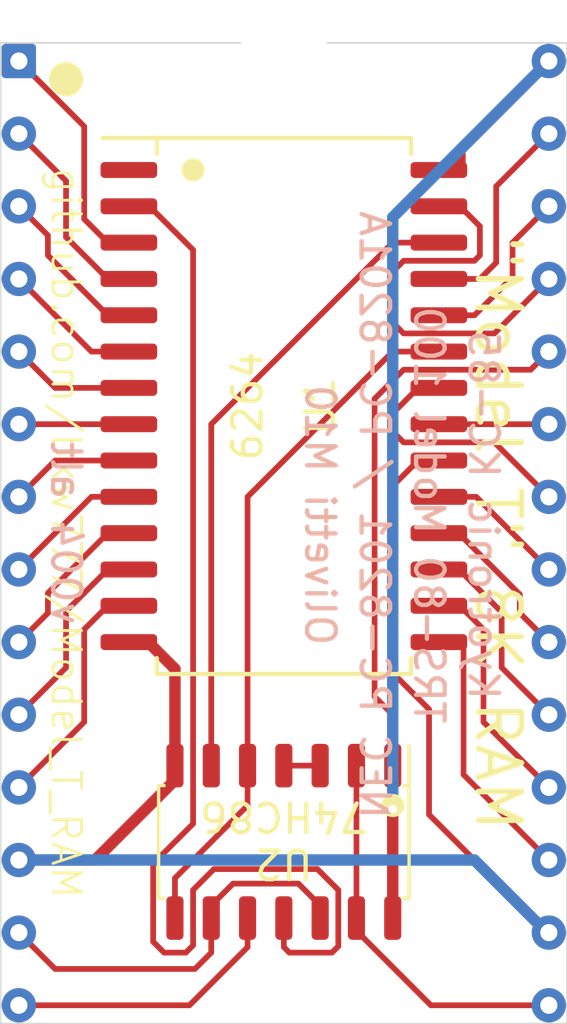
<source format=kicad_pcb>
(kicad_pcb (version 20171130) (host pcbnew 5.1.10-88a1d61d58~88~ubuntu20.10.1)

  (general
    (thickness 1.6)
    (drawings 12)
    (tracks 146)
    (zones 0)
    (modules 4)
    (nets 32)
  )

  (page A4)
  (title_block
    (title "Model T 8K RAM Module b")
    (date 2021-08-05)
    (rev 004)
    (company b.kenyon.w@gmail.com)
  )

  (layers
    (0 F.Cu signal)
    (31 B.Cu signal)
    (32 B.Adhes user hide)
    (33 F.Adhes user hide)
    (34 B.Paste user hide)
    (35 F.Paste user hide)
    (36 B.SilkS user)
    (37 F.SilkS user)
    (38 B.Mask user)
    (39 F.Mask user)
    (40 Dwgs.User user)
    (41 Cmts.User user hide)
    (42 Eco1.User user hide)
    (43 Eco2.User user hide)
    (44 Edge.Cuts user)
    (45 Margin user hide)
    (46 B.CrtYd user hide)
    (47 F.CrtYd user hide)
  )

  (setup
    (last_trace_width 0.2)
    (user_trace_width 0.4)
    (trace_clearance 0.2)
    (zone_clearance 0.508)
    (zone_45_only no)
    (trace_min 0.2)
    (via_size 0.5)
    (via_drill 0.3)
    (via_min_size 0.5)
    (via_min_drill 0.3)
    (user_via 1.2 0.6)
    (uvia_size 0.5)
    (uvia_drill 0.3)
    (uvias_allowed no)
    (uvia_min_size 0.5)
    (uvia_min_drill 0.3)
    (edge_width 0.05)
    (segment_width 0.2)
    (pcb_text_width 0.3)
    (pcb_text_size 1.5 1.5)
    (mod_edge_width 0.12)
    (mod_text_size 1 1)
    (mod_text_width 0.15)
    (pad_size 1.524 1.524)
    (pad_drill 0.762)
    (pad_to_mask_clearance 0)
    (solder_mask_min_width 0.22)
    (aux_axis_origin 0 0)
    (grid_origin 147.32 99.06)
    (visible_elements FFFFFF7F)
    (pcbplotparams
      (layerselection 0x010f0_ffffffff)
      (usegerberextensions false)
      (usegerberattributes true)
      (usegerberadvancedattributes true)
      (creategerberjobfile true)
      (excludeedgelayer true)
      (linewidth 0.100000)
      (plotframeref false)
      (viasonmask false)
      (mode 1)
      (useauxorigin false)
      (hpglpennumber 1)
      (hpglpenspeed 20)
      (hpglpendiameter 15.000000)
      (psnegative false)
      (psa4output false)
      (plotreference true)
      (plotvalue true)
      (plotinvisibletext false)
      (padsonsilk false)
      (subtractmaskfromsilk false)
      (outputformat 1)
      (mirror false)
      (drillshape 0)
      (scaleselection 1)
      (outputdirectory "GERBER_Model_T_RAM_b"))
  )

  (net 0 "")
  (net 1 /~CS_C)
  (net 2 /~CS_D)
  (net 3 GND)
  (net 4 /~CS_A)
  (net 5 /~CS_B)
  (net 6 VCC)
  (net 7 /CE2)
  (net 8 /A11)
  (net 9 /A12)
  (net 10 "Net-(U2-Pad3)")
  (net 11 /A7)
  (net 12 /A6)
  (net 13 /A5)
  (net 14 /AD3)
  (net 15 /A4)
  (net 16 /AD4)
  (net 17 /A3)
  (net 18 /AD5)
  (net 19 /A2)
  (net 20 /AD6)
  (net 21 /A1)
  (net 22 /AD7)
  (net 23 /A0)
  (net 24 /~OE)
  (net 25 /AD0)
  (net 26 /A10)
  (net 27 /AD1)
  (net 28 /AD2)
  (net 29 /~WE)
  (net 30 /A9)
  (net 31 /A8)

  (net_class Default "This is the default net class."
    (clearance 0.2)
    (trace_width 0.2)
    (via_dia 0.5)
    (via_drill 0.3)
    (uvia_dia 0.5)
    (uvia_drill 0.3)
    (add_net /A0)
    (add_net /A1)
    (add_net /A10)
    (add_net /A11)
    (add_net /A12)
    (add_net /A2)
    (add_net /A3)
    (add_net /A4)
    (add_net /A5)
    (add_net /A6)
    (add_net /A7)
    (add_net /A8)
    (add_net /A9)
    (add_net /AD0)
    (add_net /AD1)
    (add_net /AD2)
    (add_net /AD3)
    (add_net /AD4)
    (add_net /AD5)
    (add_net /AD6)
    (add_net /AD7)
    (add_net /CE2)
    (add_net /~CS_A)
    (add_net /~CS_B)
    (add_net /~CS_C)
    (add_net /~CS_D)
    (add_net /~OE)
    (add_net /~WE)
    (add_net GND)
    (add_net "Net-(U1-Pad1)")
    (add_net "Net-(U2-Pad3)")
    (add_net VCC)
  )

  (module 000_LOCAL:AS6C6264-55SCN (layer F.Cu) (tedit 607E5D6C) (tstamp 607524FB)
    (at 147.32 94.615)
    (path /60748B1A)
    (attr smd)
    (fp_text reference U1 (at 1.27 0 -90) (layer F.SilkS)
      (effects (font (size 1 1) (thickness 0.15)))
    )
    (fp_text value 6264 (at -1.27 0 -90) (layer F.SilkS)
      (effects (font (size 1 1) (thickness 0.15)))
    )
    (fp_line (start -4.445 9.3726) (end 4.445 9.3726) (layer F.SilkS) (width 0.1524))
    (fp_line (start 4.445 9.3726) (end 4.445 8.81634) (layer F.SilkS) (width 0.1524))
    (fp_line (start 4.445 -9.3726) (end -6.35 -9.3726) (layer F.SilkS) (width 0.1524))
    (fp_line (start -4.445 -9.3726) (end -4.445 -8.81634) (layer F.SilkS) (width 0.1524))
    (fp_line (start -4.445 8.81634) (end -4.445 9.3726) (layer F.SilkS) (width 0.1524))
    (fp_line (start 4.445 -8.81634) (end 4.445 -9.3726) (layer F.SilkS) (width 0.1524))
    (fp_circle (center -3.175 -8.255) (end -2.9718 -8.255) (layer F.SilkS) (width 0.4064))
    (pad 28 smd roundrect (at 5.4229 -8.255) (size 1.9812 0.5588) (layers F.Cu F.Paste F.Mask) (roundrect_rratio 0.25)
      (net 6 VCC))
    (pad 27 smd roundrect (at 5.4229 -6.985) (size 1.9812 0.5588) (layers F.Cu F.Paste F.Mask) (roundrect_rratio 0.25)
      (net 29 /~WE))
    (pad 26 smd roundrect (at 5.4229 -5.715) (size 1.9812 0.5588) (layers F.Cu F.Paste F.Mask) (roundrect_rratio 0.25)
      (net 7 /CE2))
    (pad 25 smd roundrect (at 5.4229 -4.445) (size 1.9812 0.5588) (layers F.Cu F.Paste F.Mask) (roundrect_rratio 0.25)
      (net 31 /A8))
    (pad 24 smd roundrect (at 5.4229 -3.175) (size 1.9812 0.5588) (layers F.Cu F.Paste F.Mask) (roundrect_rratio 0.25)
      (net 30 /A9))
    (pad 23 smd roundrect (at 5.4229 -1.905) (size 1.9812 0.5588) (layers F.Cu F.Paste F.Mask) (roundrect_rratio 0.25)
      (net 8 /A11))
    (pad 22 smd roundrect (at 5.4229 -0.635) (size 1.9812 0.5588) (layers F.Cu F.Paste F.Mask) (roundrect_rratio 0.25)
      (net 24 /~OE))
    (pad 21 smd roundrect (at 5.4229 0.635) (size 1.9812 0.5588) (layers F.Cu F.Paste F.Mask) (roundrect_rratio 0.25)
      (net 26 /A10))
    (pad 20 smd roundrect (at 5.4229 1.905) (size 1.9812 0.5588) (layers F.Cu F.Paste F.Mask) (roundrect_rratio 0.25)
      (net 3 GND))
    (pad 19 smd roundrect (at 5.4229 3.175) (size 1.9812 0.5588) (layers F.Cu F.Paste F.Mask) (roundrect_rratio 0.25)
      (net 22 /AD7))
    (pad 18 smd roundrect (at 5.4229 4.445) (size 1.9812 0.5588) (layers F.Cu F.Paste F.Mask) (roundrect_rratio 0.25)
      (net 20 /AD6))
    (pad 17 smd roundrect (at 5.4229 5.715) (size 1.9812 0.5588) (layers F.Cu F.Paste F.Mask) (roundrect_rratio 0.25)
      (net 18 /AD5))
    (pad 16 smd roundrect (at 5.4229 6.985) (size 1.9812 0.5588) (layers F.Cu F.Paste F.Mask) (roundrect_rratio 0.25)
      (net 16 /AD4))
    (pad 15 smd roundrect (at 5.4229 8.255) (size 1.9812 0.5588) (layers F.Cu F.Paste F.Mask) (roundrect_rratio 0.25)
      (net 14 /AD3))
    (pad 14 smd roundrect (at -5.4229 8.255) (size 1.9812 0.5588) (layers F.Cu F.Paste F.Mask) (roundrect_rratio 0.25)
      (net 3 GND))
    (pad 13 smd roundrect (at -5.4229 6.985) (size 1.9812 0.5588) (layers F.Cu F.Paste F.Mask) (roundrect_rratio 0.25)
      (net 28 /AD2))
    (pad 12 smd roundrect (at -5.4229 5.715) (size 1.9812 0.5588) (layers F.Cu F.Paste F.Mask) (roundrect_rratio 0.25)
      (net 27 /AD1))
    (pad 11 smd roundrect (at -5.4229 4.445) (size 1.9812 0.5588) (layers F.Cu F.Paste F.Mask) (roundrect_rratio 0.25)
      (net 25 /AD0))
    (pad 10 smd roundrect (at -5.4229 3.175) (size 1.9812 0.5588) (layers F.Cu F.Paste F.Mask) (roundrect_rratio 0.25)
      (net 23 /A0))
    (pad 9 smd roundrect (at -5.4229 1.905) (size 1.9812 0.5588) (layers F.Cu F.Paste F.Mask) (roundrect_rratio 0.25)
      (net 21 /A1))
    (pad 8 smd roundrect (at -5.4229 0.635) (size 1.9812 0.5588) (layers F.Cu F.Paste F.Mask) (roundrect_rratio 0.25)
      (net 19 /A2))
    (pad 7 smd roundrect (at -5.4229 -0.635) (size 1.9812 0.5588) (layers F.Cu F.Paste F.Mask) (roundrect_rratio 0.25)
      (net 17 /A3))
    (pad 6 smd roundrect (at -5.4229 -1.905) (size 1.9812 0.5588) (layers F.Cu F.Paste F.Mask) (roundrect_rratio 0.25)
      (net 15 /A4))
    (pad 5 smd roundrect (at -5.4229 -3.175) (size 1.9812 0.5588) (layers F.Cu F.Paste F.Mask) (roundrect_rratio 0.25)
      (net 13 /A5))
    (pad 4 smd roundrect (at -5.4229 -4.445) (size 1.9812 0.5588) (layers F.Cu F.Paste F.Mask) (roundrect_rratio 0.25)
      (net 12 /A6))
    (pad 3 smd roundrect (at -5.4229 -5.715) (size 1.9812 0.5588) (layers F.Cu F.Paste F.Mask) (roundrect_rratio 0.25)
      (net 11 /A7))
    (pad 2 smd roundrect (at -5.4229 -6.985) (size 1.9812 0.5588) (layers F.Cu F.Paste F.Mask) (roundrect_rratio 0.25)
      (net 9 /A12))
    (pad 1 smd roundrect (at -5.4229 -8.255) (size 1.9812 0.5588) (layers F.Cu F.Paste F.Mask) (roundrect_rratio 0.25))
    (model ${KIPRJMOD}/000_LOCAL.pretty/packages3d/SOP-28_MIL330_ALL.step
      (at (xyz 0 0 0))
      (scale (xyz 1 1 1))
      (rotate (xyz 0 0 0))
    )
  )

  (module 000_LOCAL:SOIC-14_3.9x8.7mm_P1.27mm (layer F.Cu) (tedit 607E2016) (tstamp 6075251B)
    (at 147.32 109.855 270)
    (descr "SOIC, 14 Pin (JEDEC MS-012AB, https://www.analog.com/media/en/package-pcb-resources/package/pkg_pdf/soic_narrow-r/r_14.pdf), generated with kicad-footprint-generator ipc_gullwing_generator.py")
    (tags "SOIC SO")
    (path /60785C24)
    (autoplace_cost90 10)
    (autoplace_cost180 10)
    (attr smd)
    (fp_text reference U2 (at 0.762 0 180 unlocked) (layer F.SilkS)
      (effects (font (size 1 1) (thickness 0.15)))
    )
    (fp_text value 74HC86 (at -0.889 0 180 unlocked) (layer F.SilkS)
      (effects (font (size 1 1) (thickness 0.15)))
    )
    (fp_line (start 3.7 -4.58) (end -3.7 -4.58) (layer F.CrtYd) (width 0.05))
    (fp_line (start 3.7 4.58) (end 3.7 -4.58) (layer F.CrtYd) (width 0.05))
    (fp_line (start -3.7 4.58) (end 3.7 4.58) (layer F.CrtYd) (width 0.05))
    (fp_line (start -3.7 -4.58) (end -3.7 4.58) (layer F.CrtYd) (width 0.05))
    (fp_line (start -1.95 -3.35) (end -0.975 -4.325) (layer F.Fab) (width 0.1))
    (fp_line (start -1.95 4.325) (end -1.95 -3.35) (layer F.Fab) (width 0.1))
    (fp_line (start 1.95 4.325) (end -1.95 4.325) (layer F.Fab) (width 0.1))
    (fp_line (start 1.95 -4.325) (end 1.95 4.325) (layer F.Fab) (width 0.1))
    (fp_line (start -0.975 -4.325) (end 1.95 -4.325) (layer F.Fab) (width 0.1))
    (fp_line (start -1.9685 4.191) (end -1.9685 4.3815) (layer F.SilkS) (width 0.12))
    (fp_line (start -1.9685 4.3815) (end 1.9685 4.3815) (layer F.SilkS) (width 0.12))
    (fp_line (start 1.9685 4.3815) (end 1.9685 4.191) (layer F.SilkS) (width 0.12))
    (fp_line (start -3.3655 -4.3815) (end 1.9685 -4.3815) (layer F.SilkS) (width 0.12))
    (fp_line (start 1.9685 -4.191) (end 1.9685 -4.3815) (layer F.SilkS) (width 0.12))
    (fp_line (start -1.9685 -4.191) (end -1.9685 -4.3815) (layer F.SilkS) (width 0.12))
    (fp_circle (center -1.27 -3.81) (end -1.0668 -3.81) (layer F.SilkS) (width 0.4064))
    (fp_text user %R (at 0 0 90) (layer F.Fab)
      (effects (font (size 0.98 0.98) (thickness 0.15)))
    )
    (pad 14 smd roundrect (at 2.6655 -3.81 270) (size 1.524 0.6) (layers F.Cu F.Paste F.Mask) (roundrect_rratio 0.25)
      (net 6 VCC))
    (pad 13 smd roundrect (at 2.6655 -2.54 270) (size 1.524 0.6) (layers F.Cu F.Paste F.Mask) (roundrect_rratio 0.25)
      (net 1 /~CS_C))
    (pad 12 smd roundrect (at 2.6655 -1.27 270) (size 1.524 0.6) (layers F.Cu F.Paste F.Mask) (roundrect_rratio 0.25)
      (net 4 /~CS_A))
    (pad 11 smd roundrect (at 2.6655 0 270) (size 1.524 0.6) (layers F.Cu F.Paste F.Mask) (roundrect_rratio 0.25)
      (net 9 /A12))
    (pad 10 smd roundrect (at 2.6655 1.27 270) (size 1.524 0.6) (layers F.Cu F.Paste F.Mask) (roundrect_rratio 0.25)
      (net 5 /~CS_B))
    (pad 9 smd roundrect (at 2.6655 2.54 270) (size 1.524 0.6) (layers F.Cu F.Paste F.Mask) (roundrect_rratio 0.25)
      (net 4 /~CS_A))
    (pad 8 smd roundrect (at 2.6655 3.81 270) (size 1.524 0.6) (layers F.Cu F.Paste F.Mask) (roundrect_rratio 0.25)
      (net 8 /A11))
    (pad 7 smd roundrect (at -2.6655 3.81 270) (size 1.524 0.6) (layers F.Cu F.Paste F.Mask) (roundrect_rratio 0.25)
      (net 3 GND))
    (pad 6 smd roundrect (at -2.6655 2.54 270) (size 1.524 0.6) (layers F.Cu F.Paste F.Mask) (roundrect_rratio 0.25)
      (net 7 /CE2))
    (pad 5 smd roundrect (at -2.6655 1.27 270) (size 1.524 0.6) (layers F.Cu F.Paste F.Mask) (roundrect_rratio 0.25)
      (net 8 /A11))
    (pad 4 smd roundrect (at -2.6655 0 270) (size 1.524 0.6) (layers F.Cu F.Paste F.Mask) (roundrect_rratio 0.25)
      (net 10 "Net-(U2-Pad3)"))
    (pad 3 smd roundrect (at -2.6655 -1.27 270) (size 1.524 0.6) (layers F.Cu F.Paste F.Mask) (roundrect_rratio 0.25)
      (net 10 "Net-(U2-Pad3)"))
    (pad 2 smd roundrect (at -2.6655 -2.54 270) (size 1.524 0.6) (layers F.Cu F.Paste F.Mask) (roundrect_rratio 0.25)
      (net 1 /~CS_C))
    (pad 1 smd roundrect (at -2.6655 -3.81 270) (size 1.524 0.6) (layers F.Cu F.Paste F.Mask) (roundrect_rratio 0.25)
      (net 2 /~CS_D))
    (model ${KIPRJMOD}/000_LOCAL.pretty/packages3d/SOIC-14_3.9x8.7mm_P1.27mm.step
      (at (xyz 0 0 0))
      (scale (xyz 1 1 1))
      (rotate (xyz 0 0 0))
    )
  )

  (module 000_LOCAL:NPTH_3mm locked (layer F.Cu) (tedit 6074CF23) (tstamp 60764103)
    (at 147.32 81.915)
    (fp_text reference REF** (at 0 2 unlocked) (layer F.SilkS) hide
      (effects (font (size 1 1) (thickness 0.1)))
    )
    (fp_text value NPTH_3mm (at 0 -2) (layer F.Fab)
      (effects (font (size 1 1) (thickness 0.1)))
    )
    (pad "" np_thru_hole circle (at 0 0) (size 3 3) (drill 3) (layers *.Cu *.Mask))
  )

  (module 000_LOCAL:DIP28_0.73_pcb_sil_pins (layer F.Cu) (tedit 6074CBA6) (tstamp 6074D6F1)
    (at 147.32 99.06)
    (descr "28-lead though-hole mounted DIP package, row spacing 15.24 mm (600 mils)")
    (tags "THT DIP DIL PDIP 2.54mm 15.24mm 600mil")
    (path /60746CE1)
    (fp_text reference J1 (at 0 0 -90) (layer F.SilkS) hide
      (effects (font (size 1 1) (thickness 0.15)))
    )
    (fp_text value KC-85_RAM (at -1.5 0 -90) (layer F.Fab)
      (effects (font (size 1 1) (thickness 0.15)))
    )
    (fp_line (start 9.8806 -17.1196) (end -9.8806 -17.1196) (layer F.CrtYd) (width 0.01))
    (fp_line (start 9.8806 17.1196) (end 9.8806 -17.1196) (layer F.CrtYd) (width 0.01))
    (fp_line (start -9.8806 17.1196) (end 9.8806 17.1196) (layer F.CrtYd) (width 0.01))
    (fp_line (start -9.8806 -17.1196) (end -9.8806 17.1196) (layer F.CrtYd) (width 0.01))
    (fp_text user %R (at 0 0 -90) (layer F.Fab)
      (effects (font (size 1 1) (thickness 0.15)))
    )
    (pad 1 thru_hole roundrect (at -9.271 -16.51) (size 1.2 1.2) (drill 0.6) (layers *.Cu *.Mask) (roundrect_rratio 0.1)
      (net 11 /A7))
    (pad 15 thru_hole circle (at 9.271 16.51) (size 1.2 1.2) (drill 0.6) (layers *.Cu *.Mask)
      (net 1 /~CS_C))
    (pad 2 thru_hole circle (at -9.271 -13.97) (size 1.2 1.2) (drill 0.6) (layers *.Cu *.Mask)
      (net 12 /A6))
    (pad 16 thru_hole circle (at 9.271 13.97) (size 1.2 1.2) (drill 0.6) (layers *.Cu *.Mask)
      (net 3 GND))
    (pad 3 thru_hole circle (at -9.271 -11.43) (size 1.2 1.2) (drill 0.6) (layers *.Cu *.Mask)
      (net 13 /A5))
    (pad 17 thru_hole circle (at 9.271 11.43) (size 1.2 1.2) (drill 0.6) (layers *.Cu *.Mask)
      (net 14 /AD3))
    (pad 4 thru_hole circle (at -9.271 -8.89) (size 1.2 1.2) (drill 0.6) (layers *.Cu *.Mask)
      (net 15 /A4))
    (pad 18 thru_hole circle (at 9.271 8.89) (size 1.2 1.2) (drill 0.6) (layers *.Cu *.Mask)
      (net 16 /AD4))
    (pad 5 thru_hole circle (at -9.271 -6.35) (size 1.2 1.2) (drill 0.6) (layers *.Cu *.Mask)
      (net 17 /A3))
    (pad 19 thru_hole circle (at 9.271 6.35) (size 1.2 1.2) (drill 0.6) (layers *.Cu *.Mask)
      (net 18 /AD5))
    (pad 6 thru_hole circle (at -9.271 -3.81) (size 1.2 1.2) (drill 0.6) (layers *.Cu *.Mask)
      (net 19 /A2))
    (pad 20 thru_hole circle (at 9.271 3.81) (size 1.2 1.2) (drill 0.6) (layers *.Cu *.Mask)
      (net 20 /AD6))
    (pad 7 thru_hole circle (at -9.271 -1.27) (size 1.2 1.2) (drill 0.6) (layers *.Cu *.Mask)
      (net 21 /A1))
    (pad 21 thru_hole circle (at 9.271 1.27) (size 1.2 1.2) (drill 0.6) (layers *.Cu *.Mask)
      (net 22 /AD7))
    (pad 8 thru_hole circle (at -9.271 1.27) (size 1.2 1.2) (drill 0.6) (layers *.Cu *.Mask)
      (net 23 /A0))
    (pad 22 thru_hole circle (at 9.271 -1.27) (size 1.2 1.2) (drill 0.6) (layers *.Cu *.Mask)
      (net 24 /~OE))
    (pad 9 thru_hole circle (at -9.271 3.81) (size 1.2 1.2) (drill 0.6) (layers *.Cu *.Mask)
      (net 25 /AD0))
    (pad 23 thru_hole circle (at 9.271 -3.81) (size 1.2 1.2) (drill 0.6) (layers *.Cu *.Mask)
      (net 26 /A10))
    (pad 10 thru_hole circle (at -9.271 6.35) (size 1.2 1.2) (drill 0.6) (layers *.Cu *.Mask)
      (net 27 /AD1))
    (pad 24 thru_hole circle (at 9.271 -6.35) (size 1.2 1.2) (drill 0.6) (layers *.Cu *.Mask)
      (net 2 /~CS_D))
    (pad 11 thru_hole circle (at -9.271 8.89) (size 1.2 1.2) (drill 0.6) (layers *.Cu *.Mask)
      (net 28 /AD2))
    (pad 25 thru_hole circle (at 9.271 -8.89) (size 1.2 1.2) (drill 0.6) (layers *.Cu *.Mask)
      (net 29 /~WE))
    (pad 12 thru_hole circle (at -9.271 11.43) (size 1.2 1.2) (drill 0.6) (layers *.Cu *.Mask)
      (net 3 GND))
    (pad 26 thru_hole circle (at 9.271 -11.43) (size 1.2 1.2) (drill 0.6) (layers *.Cu *.Mask)
      (net 30 /A9))
    (pad 13 thru_hole circle (at -9.271 13.97) (size 1.2 1.2) (drill 0.6) (layers *.Cu *.Mask)
      (net 4 /~CS_A))
    (pad 27 thru_hole circle (at 9.271 -13.97) (size 1.2 1.2) (drill 0.6) (layers *.Cu *.Mask)
      (net 31 /A8))
    (pad 14 thru_hole circle (at -9.271 16.51) (size 1.2 1.2) (drill 0.6) (layers *.Cu *.Mask)
      (net 5 /~CS_B))
    (pad 28 thru_hole circle (at 9.271 -16.51) (size 1.2 1.2) (drill 0.6) (layers *.Cu *.Mask)
      (net 6 VCC))
    (model ${KIPRJMOD}/000_LOCAL.pretty/packages3d/DIL_LEG.step
      (offset (xyz -9.271000000000001 16.51 0.18034))
      (scale (xyz 1 1 1))
      (rotate (xyz 0 0 0))
    )
    (model ${KIPRJMOD}/000_LOCAL.pretty/packages3d/DIL_LEG.step
      (offset (xyz -9.271000000000001 13.97 0.18034))
      (scale (xyz 1 1 1))
      (rotate (xyz 0 0 0))
    )
    (model ${KIPRJMOD}/000_LOCAL.pretty/packages3d/DIL_LEG.step
      (offset (xyz -9.271000000000001 11.43 0.18034))
      (scale (xyz 1 1 1))
      (rotate (xyz 0 0 0))
    )
    (model ${KIPRJMOD}/000_LOCAL.pretty/packages3d/DIL_LEG.step
      (offset (xyz -9.271000000000001 8.890000000000001 0.18034))
      (scale (xyz 1 1 1))
      (rotate (xyz 0 0 0))
    )
    (model ${KIPRJMOD}/000_LOCAL.pretty/packages3d/DIL_LEG.step
      (offset (xyz -9.271000000000001 6.35 0.18034))
      (scale (xyz 1 1 1))
      (rotate (xyz 0 0 0))
    )
    (model ${KIPRJMOD}/000_LOCAL.pretty/packages3d/DIL_LEG.step
      (offset (xyz -9.271000000000001 3.81 0.18034))
      (scale (xyz 1 1 1))
      (rotate (xyz 0 0 0))
    )
    (model ${KIPRJMOD}/000_LOCAL.pretty/packages3d/DIL_LEG.step
      (offset (xyz -9.271000000000001 1.27 0.18034))
      (scale (xyz 1 1 1))
      (rotate (xyz 0 0 0))
    )
    (model ${KIPRJMOD}/000_LOCAL.pretty/packages3d/DIL_LEG.step
      (offset (xyz -9.271000000000001 -1.27 0.18034))
      (scale (xyz 1 1 1))
      (rotate (xyz 0 0 0))
    )
    (model ${KIPRJMOD}/000_LOCAL.pretty/packages3d/DIL_LEG.step
      (offset (xyz -9.271000000000001 -3.81 0.18034))
      (scale (xyz 1 1 1))
      (rotate (xyz 0 0 0))
    )
    (model ${KIPRJMOD}/000_LOCAL.pretty/packages3d/DIL_LEG.step
      (offset (xyz -9.271000000000001 -6.35 0.18034))
      (scale (xyz 1 1 1))
      (rotate (xyz 0 0 0))
    )
    (model ${KIPRJMOD}/000_LOCAL.pretty/packages3d/DIL_LEG.step
      (offset (xyz -9.271000000000001 -8.890000000000001 0.18034))
      (scale (xyz 1 1 1))
      (rotate (xyz 0 0 0))
    )
    (model ${KIPRJMOD}/000_LOCAL.pretty/packages3d/DIL_LEG.step
      (offset (xyz -9.271000000000001 -11.43 0.18034))
      (scale (xyz 1 1 1))
      (rotate (xyz 0 0 0))
    )
    (model ${KIPRJMOD}/000_LOCAL.pretty/packages3d/DIL_LEG.step
      (offset (xyz -9.271000000000001 -13.97 0.18034))
      (scale (xyz 1 1 1))
      (rotate (xyz 0 0 0))
    )
    (model ${KIPRJMOD}/000_LOCAL.pretty/packages3d/DIL_LEG.step
      (offset (xyz -9.271000000000001 -16.51 0.18034))
      (scale (xyz 1 1 1))
      (rotate (xyz 0 0 0))
    )
    (model ${KIPRJMOD}/000_LOCAL.pretty/packages3d/DIL_LEG.step
      (offset (xyz 9.271000000000001 -16.51 0.18034))
      (scale (xyz 1 1 1))
      (rotate (xyz 0 0 0))
    )
    (model ${KIPRJMOD}/000_LOCAL.pretty/packages3d/DIL_LEG.step
      (offset (xyz 9.271000000000001 -13.97 0.18034))
      (scale (xyz 1 1 1))
      (rotate (xyz 0 0 0))
    )
    (model ${KIPRJMOD}/000_LOCAL.pretty/packages3d/DIL_LEG.step
      (offset (xyz 9.271000000000001 -11.43 0.18034))
      (scale (xyz 1 1 1))
      (rotate (xyz 0 0 0))
    )
    (model ${KIPRJMOD}/000_LOCAL.pretty/packages3d/DIL_LEG.step
      (offset (xyz 9.271000000000001 -8.890000000000001 0.18034))
      (scale (xyz 1 1 1))
      (rotate (xyz 0 0 0))
    )
    (model ${KIPRJMOD}/000_LOCAL.pretty/packages3d/DIL_LEG.step
      (offset (xyz 9.271000000000001 -6.35 0.18034))
      (scale (xyz 1 1 1))
      (rotate (xyz 0 0 0))
    )
    (model ${KIPRJMOD}/000_LOCAL.pretty/packages3d/DIL_LEG.step
      (offset (xyz 9.271000000000001 -3.81 0.18034))
      (scale (xyz 1 1 1))
      (rotate (xyz 0 0 0))
    )
    (model ${KIPRJMOD}/000_LOCAL.pretty/packages3d/DIL_LEG.step
      (offset (xyz 9.271000000000001 -1.27 0.18034))
      (scale (xyz 1 1 1))
      (rotate (xyz 0 0 0))
    )
    (model ${KIPRJMOD}/000_LOCAL.pretty/packages3d/DIL_LEG.step
      (offset (xyz 9.271000000000001 1.27 0.18034))
      (scale (xyz 1 1 1))
      (rotate (xyz 0 0 0))
    )
    (model ${KIPRJMOD}/000_LOCAL.pretty/packages3d/DIL_LEG.step
      (offset (xyz 9.271000000000001 3.81 0.18034))
      (scale (xyz 1 1 1))
      (rotate (xyz 0 0 0))
    )
    (model ${KIPRJMOD}/000_LOCAL.pretty/packages3d/DIL_LEG.step
      (offset (xyz 9.271000000000001 6.35 0.18034))
      (scale (xyz 1 1 1))
      (rotate (xyz 0 0 0))
    )
    (model ${KIPRJMOD}/000_LOCAL.pretty/packages3d/DIL_LEG.step
      (offset (xyz 9.271000000000001 8.890000000000001 0.18034))
      (scale (xyz 1 1 1))
      (rotate (xyz 0 0 0))
    )
    (model ${KIPRJMOD}/000_LOCAL.pretty/packages3d/DIL_LEG.step
      (offset (xyz 9.271000000000001 11.43 0.18034))
      (scale (xyz 1 1 1))
      (rotate (xyz 0 0 0))
    )
    (model ${KIPRJMOD}/000_LOCAL.pretty/packages3d/DIL_LEG.step
      (offset (xyz 9.271000000000001 13.97 0.18034))
      (scale (xyz 1 1 1))
      (rotate (xyz 0 0 0))
    )
    (model ${KIPRJMOD}/000_LOCAL.pretty/packages3d/DIL_LEG.step
      (offset (xyz 9.271000000000001 16.51 0.18034))
      (scale (xyz 1 1 1))
      (rotate (xyz 0 0 0))
    )
  )

  (gr_text "v004 alt" (at 139.7 99.06 -90) (layer B.SilkS)
    (effects (font (size 1 1) (thickness 0.15)) (justify mirror))
  )
  (gr_text "Olivetti M10" (at 148.59 98.425 -90) (layer B.SilkS) (tstamp 607655A1)
    (effects (font (size 1 1) (thickness 0.15)) (justify mirror))
  )
  (gr_text "NEC PC-8201 / PC-8201A" (at 150.495 98.425 -90) (layer B.SilkS) (tstamp 6076559F)
    (effects (font (size 1 1) (thickness 0.15)) (justify mirror))
  )
  (gr_text "TRS-80 Model 100" (at 152.4 98.425 -90) (layer B.SilkS) (tstamp 6076559D)
    (effects (font (size 1 1) (thickness 0.15)) (justify mirror))
  )
  (gr_text "Kyotronic KC-85" (at 154.305 98.425 -90) (layer B.SilkS)
    (effects (font (size 1 1) (thickness 0.15)) (justify mirror))
  )
  (gr_text github.com/bkw777/Model_T_RAM (at 139.7 99.06 -90) (layer F.SilkS) (tstamp 607651F7)
    (effects (font (size 1 1) (thickness 0.1)))
  )
  (gr_text "\"Model T\" 8K RAM" (at 154.813 99.06 -90) (layer F.SilkS)
    (effects (font (size 1.5 1.5) (thickness 0.2)))
  )
  (gr_circle (center 139.7 83.185) (end 140 83.185) (layer F.SilkS) (width 0.6))
  (gr_line (start 157.226 81.915) (end 137.414 81.915) (layer Edge.Cuts) (width 0.05) (tstamp 6074DB6C))
  (gr_line (start 157.226 116.205) (end 157.226 81.915) (layer Edge.Cuts) (width 0.05))
  (gr_line (start 137.414 116.205) (end 157.226 116.205) (layer Edge.Cuts) (width 0.05))
  (gr_line (start 137.414 81.915) (end 137.414 116.205) (layer Edge.Cuts) (width 0.05))

  (segment (start 152.4635 115.57) (end 156.591 115.57) (width 0.2) (layer F.Cu) (net 1))
  (segment (start 149.86 112.9665) (end 152.4635 115.57) (width 0.2) (layer F.Cu) (net 1))
  (segment (start 149.86 107.1895) (end 149.86 112.9665) (width 0.2) (layer F.Cu) (net 1))
  (segment (start 155.956 93.345) (end 156.591 92.71) (width 0.2) (layer F.Cu) (net 2))
  (segment (start 151.511 93.345) (end 155.956 93.345) (width 0.2) (layer F.Cu) (net 2))
  (segment (start 150.495 94.361) (end 151.511 93.345) (width 0.2) (layer F.Cu) (net 2))
  (segment (start 150.495 104.775) (end 150.495 94.361) (width 0.2) (layer F.Cu) (net 2))
  (segment (start 151.13 105.41) (end 150.495 104.775) (width 0.2) (layer F.Cu) (net 2))
  (segment (start 151.13 107.1895) (end 151.13 105.41) (width 0.2) (layer F.Cu) (net 2))
  (segment (start 156.53134 112.97034) (end 156.591 113.03) (width 0.4) (layer B.Cu) (net 3))
  (segment (start 143.51 107.696) (end 143.51 107.1895) (width 0.4) (layer F.Cu) (net 3))
  (segment (start 140.716 110.49) (end 143.51 107.696) (width 0.4) (layer F.Cu) (net 3))
  (segment (start 138.049 110.49) (end 140.716 110.49) (width 0.4) (layer F.Cu) (net 3))
  (segment (start 142.573375 102.87) (end 141.8971 102.87) (width 0.4) (layer F.Cu) (net 3))
  (segment (start 143.51 103.806625) (end 142.573375 102.87) (width 0.4) (layer F.Cu) (net 3))
  (segment (start 143.51 107.1895) (end 143.51 103.806625) (width 0.4) (layer F.Cu) (net 3))
  (segment (start 152.019 96.52) (end 152.7429 96.52) (width 0.2) (layer F.Cu) (net 3))
  (segment (start 151.13 97.409) (end 152.019 96.52) (width 0.2) (layer F.Cu) (net 3))
  (segment (start 152.4 105.2195) (end 151.13 103.9495) (width 0.2) (layer F.Cu) (net 3))
  (segment (start 151.13 103.9495) (end 151.13 97.409) (width 0.2) (layer F.Cu) (net 3))
  (segment (start 152.4 108.9025) (end 152.4 105.2195) (width 0.2) (layer F.Cu) (net 3))
  (segment (start 156.5275 113.03) (end 152.4 108.9025) (width 0.2) (layer F.Cu) (net 3))
  (segment (start 156.591 113.03) (end 156.5275 113.03) (width 0.2) (layer F.Cu) (net 3))
  (segment (start 153.9875 110.49) (end 138.049 110.49) (width 0.4) (layer B.Cu) (net 3))
  (segment (start 156.5275 113.03) (end 153.9875 110.49) (width 0.4) (layer B.Cu) (net 3))
  (segment (start 156.591 113.03) (end 156.5275 113.03) (width 0.4) (layer B.Cu) (net 3))
  (segment (start 139.319 114.3) (end 138.049 113.03) (width 0.2) (layer F.Cu) (net 4))
  (segment (start 144.2085 114.3) (end 139.319 114.3) (width 0.2) (layer F.Cu) (net 4))
  (segment (start 145.542 111.3155) (end 144.78 112.0775) (width 0.2) (layer F.Cu) (net 4))
  (segment (start 147.828 111.3155) (end 145.542 111.3155) (width 0.2) (layer F.Cu) (net 4))
  (segment (start 144.78 113.7285) (end 144.2085 114.3) (width 0.2) (layer F.Cu) (net 4))
  (segment (start 148.59 112.0775) (end 147.828 111.3155) (width 0.2) (layer F.Cu) (net 4))
  (segment (start 144.78 112.0775) (end 144.78 113.7285) (width 0.2) (layer F.Cu) (net 4))
  (segment (start 148.59 112.5205) (end 148.59 112.0775) (width 0.2) (layer F.Cu) (net 4))
  (segment (start 143.4465 115.57) (end 138.049 115.57) (width 0.2) (layer F.Cu) (net 5))
  (segment (start 144.018 115.57) (end 143.4465 115.57) (width 0.2) (layer F.Cu) (net 5))
  (segment (start 146.05 113.538) (end 144.018 115.57) (width 0.2) (layer F.Cu) (net 5))
  (segment (start 146.05 112.5205) (end 146.05 113.538) (width 0.2) (layer F.Cu) (net 5))
  (segment (start 153.4795 85.6615) (end 156.591 82.55) (width 0.4) (layer F.Cu) (net 6))
  (segment (start 153.4795 86.36) (end 153.4795 85.6615) (width 0.4) (layer F.Cu) (net 6))
  (segment (start 151.13 88.011) (end 156.591 82.55) (width 0.4) (layer B.Cu) (net 6))
  (segment (start 151.13 108.712) (end 151.13 88.011) (width 0.4) (layer B.Cu) (net 6))
  (segment (start 151.13 108.712) (end 151.13 112.5205) (width 0.4) (layer F.Cu) (net 6))
  (via (at 151.13 108.712) (size 0.5) (drill 0.3) (layers F.Cu B.Cu) (net 6))
  (segment (start 144.78 95.25) (end 144.78 107.1895) (width 0.2) (layer F.Cu) (net 7))
  (segment (start 151.13 88.9) (end 144.78 95.25) (width 0.2) (layer F.Cu) (net 7))
  (segment (start 152.7429 88.9) (end 151.13 88.9) (width 0.2) (layer F.Cu) (net 7))
  (segment (start 143.51 111.125) (end 143.51 112.5205) (width 0.2) (layer F.Cu) (net 8))
  (segment (start 146.05 108.585) (end 143.51 111.125) (width 0.2) (layer F.Cu) (net 8))
  (segment (start 146.05 107.1895) (end 146.05 108.585) (width 0.2) (layer F.Cu) (net 8))
  (segment (start 151.13 92.71) (end 152.7429 92.71) (width 0.2) (layer F.Cu) (net 8))
  (segment (start 146.05 97.79) (end 151.13 92.71) (width 0.2) (layer F.Cu) (net 8))
  (segment (start 146.05 107.1895) (end 146.05 97.79) (width 0.2) (layer F.Cu) (net 8))
  (segment (start 147.32 113.538) (end 147.32 112.5205) (width 0.2) (layer F.Cu) (net 9))
  (segment (start 149.00275 113.7285) (end 147.5105 113.7285) (width 0.2) (layer F.Cu) (net 9))
  (segment (start 147.5105 113.7285) (end 147.32 113.538) (width 0.2) (layer F.Cu) (net 9))
  (segment (start 149.225 113.50625) (end 149.00275 113.7285) (width 0.2) (layer F.Cu) (net 9))
  (segment (start 141.8971 87.63) (end 142.621 87.63) (width 0.2) (layer F.Cu) (net 9))
  (segment (start 143.891 113.7285) (end 144.145 113.4745) (width 0.2) (layer F.Cu) (net 9))
  (segment (start 142.621 87.63) (end 144.145 89.154) (width 0.2) (layer F.Cu) (net 9))
  (segment (start 144.145 89.154) (end 144.145 109.22) (width 0.2) (layer F.Cu) (net 9))
  (segment (start 144.145 109.22) (end 142.748 110.617) (width 0.2) (layer F.Cu) (net 9))
  (segment (start 142.748 110.617) (end 142.748 113.3475) (width 0.2) (layer F.Cu) (net 9))
  (segment (start 149.225 111.53775) (end 149.225 113.50625) (width 0.2) (layer F.Cu) (net 9))
  (segment (start 142.748 113.3475) (end 143.129 113.7285) (width 0.2) (layer F.Cu) (net 9))
  (segment (start 143.129 113.7285) (end 143.891 113.7285) (width 0.2) (layer F.Cu) (net 9))
  (segment (start 144.145 113.4745) (end 144.145 111.53775) (width 0.2) (layer F.Cu) (net 9))
  (segment (start 144.145 111.53775) (end 144.87525 110.8075) (width 0.2) (layer F.Cu) (net 9))
  (segment (start 144.87525 110.8075) (end 148.49475 110.8075) (width 0.2) (layer F.Cu) (net 9))
  (segment (start 148.49475 110.8075) (end 149.225 111.53775) (width 0.2) (layer F.Cu) (net 9))
  (segment (start 147.32 107.1895) (end 148.59 107.1895) (width 0.2) (layer F.Cu) (net 10))
  (segment (start 141.1605 88.9) (end 141.8971 88.9) (width 0.2) (layer F.Cu) (net 11))
  (segment (start 140.335 88.0745) (end 141.1605 88.9) (width 0.2) (layer F.Cu) (net 11))
  (segment (start 140.335 84.836) (end 140.335 88.0745) (width 0.2) (layer F.Cu) (net 11))
  (segment (start 138.049 82.55) (end 140.335 84.836) (width 0.2) (layer F.Cu) (net 11))
  (segment (start 141.1605 90.17) (end 141.8971 90.17) (width 0.2) (layer F.Cu) (net 12))
  (segment (start 139.7 86.741) (end 139.7 88.7095) (width 0.2) (layer F.Cu) (net 12))
  (segment (start 139.7 88.7095) (end 141.1605 90.17) (width 0.2) (layer F.Cu) (net 12))
  (segment (start 138.049 85.09) (end 139.7 86.741) (width 0.2) (layer F.Cu) (net 12))
  (segment (start 139.065 89.3445) (end 141.1605 91.44) (width 0.2) (layer F.Cu) (net 13))
  (segment (start 141.1605 91.44) (end 141.8971 91.44) (width 0.2) (layer F.Cu) (net 13))
  (segment (start 139.065 88.646) (end 139.065 89.3445) (width 0.2) (layer F.Cu) (net 13))
  (segment (start 138.049 87.63) (end 139.065 88.646) (width 0.2) (layer F.Cu) (net 13))
  (segment (start 153.6065 102.87) (end 152.7429 102.87) (width 0.2) (layer F.Cu) (net 14))
  (segment (start 153.6065 107.5055) (end 153.6065 102.87) (width 0.2) (layer F.Cu) (net 14))
  (segment (start 156.591 110.49) (end 153.6065 107.5055) (width 0.2) (layer F.Cu) (net 14))
  (segment (start 140.589 92.71) (end 141.8971 92.71) (width 0.2) (layer F.Cu) (net 15))
  (segment (start 138.049 90.17) (end 140.589 92.71) (width 0.2) (layer F.Cu) (net 15))
  (segment (start 153.4795 101.6) (end 152.7429 101.6) (width 0.2) (layer F.Cu) (net 16))
  (segment (start 154.305 102.4255) (end 153.4795 101.6) (width 0.2) (layer F.Cu) (net 16))
  (segment (start 154.305 105.664) (end 154.305 102.4255) (width 0.2) (layer F.Cu) (net 16))
  (segment (start 156.591 107.95) (end 154.305 105.664) (width 0.2) (layer F.Cu) (net 16))
  (segment (start 139.319 93.98) (end 141.8971 93.98) (width 0.2) (layer F.Cu) (net 17))
  (segment (start 138.049 92.71) (end 139.319 93.98) (width 0.2) (layer F.Cu) (net 17))
  (segment (start 153.44775 100.33) (end 152.7429 100.33) (width 0.2) (layer F.Cu) (net 18))
  (segment (start 154.94 101.82225) (end 153.44775 100.33) (width 0.2) (layer F.Cu) (net 18))
  (segment (start 154.94 103.759) (end 154.94 101.82225) (width 0.2) (layer F.Cu) (net 18))
  (segment (start 156.591 105.41) (end 154.94 103.759) (width 0.2) (layer F.Cu) (net 18))
  (segment (start 138.049 95.25) (end 141.8971 95.25) (width 0.2) (layer F.Cu) (net 19))
  (segment (start 153.431875 99.06) (end 152.7429 99.06) (width 0.2) (layer F.Cu) (net 20))
  (segment (start 155.575 101.203125) (end 153.431875 99.06) (width 0.2) (layer F.Cu) (net 20))
  (segment (start 155.575 101.854) (end 155.575 101.203125) (width 0.2) (layer F.Cu) (net 20))
  (segment (start 156.591 102.87) (end 155.575 101.854) (width 0.2) (layer F.Cu) (net 20))
  (segment (start 139.319 96.52) (end 141.8971 96.52) (width 0.2) (layer F.Cu) (net 21))
  (segment (start 138.049 97.79) (end 139.319 96.52) (width 0.2) (layer F.Cu) (net 21))
  (segment (start 154.051 97.79) (end 152.7429 97.79) (width 0.2) (layer F.Cu) (net 22))
  (segment (start 156.591 100.33) (end 154.051 97.79) (width 0.2) (layer F.Cu) (net 22))
  (segment (start 140.589 97.79) (end 141.8971 97.79) (width 0.2) (layer F.Cu) (net 23))
  (segment (start 138.049 100.33) (end 140.589 97.79) (width 0.2) (layer F.Cu) (net 23))
  (segment (start 154.686 95.885) (end 156.591 97.79) (width 0.2) (layer F.Cu) (net 24))
  (segment (start 151.511 95.885) (end 154.686 95.885) (width 0.2) (layer F.Cu) (net 24))
  (segment (start 151.13 95.504) (end 151.511 95.885) (width 0.2) (layer F.Cu) (net 24))
  (segment (start 151.13 94.869) (end 151.13 95.504) (width 0.2) (layer F.Cu) (net 24))
  (segment (start 152.019 93.98) (end 151.13 94.869) (width 0.2) (layer F.Cu) (net 24))
  (segment (start 152.7429 93.98) (end 152.019 93.98) (width 0.2) (layer F.Cu) (net 24))
  (segment (start 141.1605 99.06) (end 141.8971 99.06) (width 0.2) (layer F.Cu) (net 25))
  (segment (start 139.065 101.854) (end 139.065 101.1555) (width 0.2) (layer F.Cu) (net 25))
  (segment (start 139.065 101.1555) (end 141.1605 99.06) (width 0.2) (layer F.Cu) (net 25))
  (segment (start 138.049 102.87) (end 139.065 101.854) (width 0.2) (layer F.Cu) (net 25))
  (segment (start 156.591 95.25) (end 152.7429 95.25) (width 0.2) (layer F.Cu) (net 26))
  (segment (start 141.1605 100.33) (end 141.8971 100.33) (width 0.2) (layer F.Cu) (net 27))
  (segment (start 139.7 101.7905) (end 141.1605 100.33) (width 0.2) (layer F.Cu) (net 27))
  (segment (start 139.7 103.759) (end 139.7 101.7905) (width 0.2) (layer F.Cu) (net 27))
  (segment (start 138.049 105.41) (end 139.7 103.759) (width 0.2) (layer F.Cu) (net 27))
  (segment (start 141.1605 101.6) (end 141.8971 101.6) (width 0.2) (layer F.Cu) (net 28))
  (segment (start 140.335 102.4255) (end 141.1605 101.6) (width 0.2) (layer F.Cu) (net 28))
  (segment (start 140.335 105.664) (end 140.335 102.4255) (width 0.2) (layer F.Cu) (net 28))
  (segment (start 138.049 107.95) (end 140.335 105.664) (width 0.2) (layer F.Cu) (net 28))
  (segment (start 153.4795 87.63) (end 152.7429 87.63) (width 0.2) (layer F.Cu) (net 29))
  (segment (start 154.178 88.3285) (end 153.4795 87.63) (width 0.2) (layer F.Cu) (net 29))
  (segment (start 154.178 89.3445) (end 154.178 88.3285) (width 0.2) (layer F.Cu) (net 29))
  (segment (start 153.9875 89.535) (end 154.178 89.3445) (width 0.2) (layer F.Cu) (net 29))
  (segment (start 151.511 89.535) (end 153.9875 89.535) (width 0.2) (layer F.Cu) (net 29))
  (segment (start 151.13 89.916) (end 151.511 89.535) (width 0.2) (layer F.Cu) (net 29))
  (segment (start 151.13 91.694) (end 151.13 89.916) (width 0.2) (layer F.Cu) (net 29))
  (segment (start 151.511 92.075) (end 151.13 91.694) (width 0.2) (layer F.Cu) (net 29))
  (segment (start 154.686 92.075) (end 151.511 92.075) (width 0.2) (layer F.Cu) (net 29))
  (segment (start 156.591 90.17) (end 154.686 92.075) (width 0.2) (layer F.Cu) (net 29))
  (segment (start 153.9875 91.44) (end 152.7429 91.44) (width 0.2) (layer F.Cu) (net 30))
  (segment (start 155.321 90.1065) (end 153.9875 91.44) (width 0.2) (layer F.Cu) (net 30))
  (segment (start 155.321 88.9) (end 155.321 90.1065) (width 0.2) (layer F.Cu) (net 30))
  (segment (start 156.591 87.63) (end 155.321 88.9) (width 0.2) (layer F.Cu) (net 30))
  (segment (start 154.178 90.17) (end 152.7429 90.17) (width 0.2) (layer F.Cu) (net 31))
  (segment (start 154.7495 89.5985) (end 154.178 90.17) (width 0.2) (layer F.Cu) (net 31))
  (segment (start 154.7495 86.9315) (end 154.7495 89.5985) (width 0.2) (layer F.Cu) (net 31))
  (segment (start 156.591 85.09) (end 154.7495 86.9315) (width 0.2) (layer F.Cu) (net 31))

)

</source>
